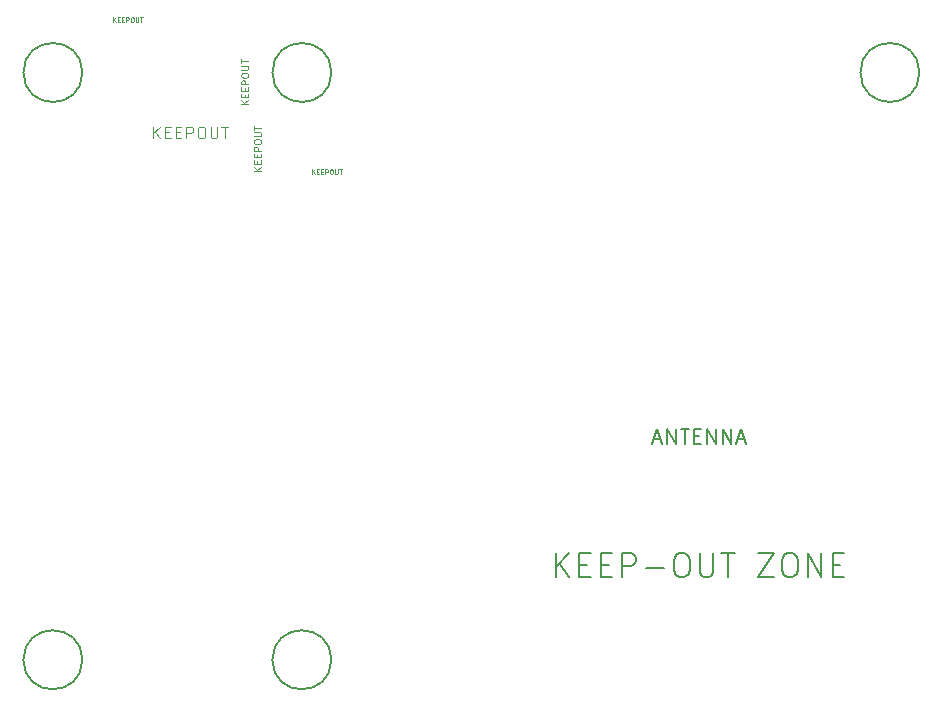
<source format=gbr>
%TF.GenerationSoftware,KiCad,Pcbnew,7.0.7-7.0.7~ubuntu23.04.1*%
%TF.CreationDate,2023-09-24T09:12:25+02:00*%
%TF.ProjectId,SweFlops,53776546-6c6f-4707-932e-6b696361645f,1.03*%
%TF.SameCoordinates,PX6312cb0PY6bcb370*%
%TF.FileFunction,Other,Comment*%
%FSLAX46Y46*%
G04 Gerber Fmt 4.6, Leading zero omitted, Abs format (unit mm)*
G04 Created by KiCad (PCBNEW 7.0.7-7.0.7~ubuntu23.04.1) date 2023-09-24 09:12:25*
%MOMM*%
%LPD*%
G01*
G04 APERTURE LIST*
%ADD10C,0.100000*%
%ADD11C,0.090000*%
%ADD12C,0.060000*%
%ADD13C,0.150000*%
%ADD14C,0.070000*%
G04 APERTURE END LIST*
D10*
X23098762Y46802581D02*
X23098762Y47802581D01*
X23670190Y46802581D02*
X23241619Y47374010D01*
X23670190Y47802581D02*
X23098762Y47231153D01*
X24098762Y47326391D02*
X24432095Y47326391D01*
X24574952Y46802581D02*
X24098762Y46802581D01*
X24098762Y46802581D02*
X24098762Y47802581D01*
X24098762Y47802581D02*
X24574952Y47802581D01*
X25003524Y47326391D02*
X25336857Y47326391D01*
X25479714Y46802581D02*
X25003524Y46802581D01*
X25003524Y46802581D02*
X25003524Y47802581D01*
X25003524Y47802581D02*
X25479714Y47802581D01*
X25908286Y46802581D02*
X25908286Y47802581D01*
X25908286Y47802581D02*
X26289238Y47802581D01*
X26289238Y47802581D02*
X26384476Y47754962D01*
X26384476Y47754962D02*
X26432095Y47707343D01*
X26432095Y47707343D02*
X26479714Y47612105D01*
X26479714Y47612105D02*
X26479714Y47469248D01*
X26479714Y47469248D02*
X26432095Y47374010D01*
X26432095Y47374010D02*
X26384476Y47326391D01*
X26384476Y47326391D02*
X26289238Y47278772D01*
X26289238Y47278772D02*
X25908286Y47278772D01*
X27098762Y47802581D02*
X27289238Y47802581D01*
X27289238Y47802581D02*
X27384476Y47754962D01*
X27384476Y47754962D02*
X27479714Y47659724D01*
X27479714Y47659724D02*
X27527333Y47469248D01*
X27527333Y47469248D02*
X27527333Y47135915D01*
X27527333Y47135915D02*
X27479714Y46945439D01*
X27479714Y46945439D02*
X27384476Y46850200D01*
X27384476Y46850200D02*
X27289238Y46802581D01*
X27289238Y46802581D02*
X27098762Y46802581D01*
X27098762Y46802581D02*
X27003524Y46850200D01*
X27003524Y46850200D02*
X26908286Y46945439D01*
X26908286Y46945439D02*
X26860667Y47135915D01*
X26860667Y47135915D02*
X26860667Y47469248D01*
X26860667Y47469248D02*
X26908286Y47659724D01*
X26908286Y47659724D02*
X27003524Y47754962D01*
X27003524Y47754962D02*
X27098762Y47802581D01*
X27955905Y47802581D02*
X27955905Y46993058D01*
X27955905Y46993058D02*
X28003524Y46897820D01*
X28003524Y46897820D02*
X28051143Y46850200D01*
X28051143Y46850200D02*
X28146381Y46802581D01*
X28146381Y46802581D02*
X28336857Y46802581D01*
X28336857Y46802581D02*
X28432095Y46850200D01*
X28432095Y46850200D02*
X28479714Y46897820D01*
X28479714Y46897820D02*
X28527333Y46993058D01*
X28527333Y46993058D02*
X28527333Y47802581D01*
X28860667Y47802581D02*
X29432095Y47802581D01*
X29146381Y46802581D02*
X29146381Y47802581D01*
D11*
X32241891Y44077859D02*
X31641891Y44077859D01*
X32241891Y44420716D02*
X31899034Y44163573D01*
X31641891Y44420716D02*
X31984748Y44077859D01*
X31927605Y44677859D02*
X31927605Y44877859D01*
X32241891Y44963573D02*
X32241891Y44677859D01*
X32241891Y44677859D02*
X31641891Y44677859D01*
X31641891Y44677859D02*
X31641891Y44963573D01*
X31927605Y45220716D02*
X31927605Y45420716D01*
X32241891Y45506430D02*
X32241891Y45220716D01*
X32241891Y45220716D02*
X31641891Y45220716D01*
X31641891Y45220716D02*
X31641891Y45506430D01*
X32241891Y45763573D02*
X31641891Y45763573D01*
X31641891Y45763573D02*
X31641891Y45992144D01*
X31641891Y45992144D02*
X31670462Y46049287D01*
X31670462Y46049287D02*
X31699034Y46077858D01*
X31699034Y46077858D02*
X31756177Y46106430D01*
X31756177Y46106430D02*
X31841891Y46106430D01*
X31841891Y46106430D02*
X31899034Y46077858D01*
X31899034Y46077858D02*
X31927605Y46049287D01*
X31927605Y46049287D02*
X31956177Y45992144D01*
X31956177Y45992144D02*
X31956177Y45763573D01*
X31641891Y46477858D02*
X31641891Y46592144D01*
X31641891Y46592144D02*
X31670462Y46649287D01*
X31670462Y46649287D02*
X31727605Y46706430D01*
X31727605Y46706430D02*
X31841891Y46735001D01*
X31841891Y46735001D02*
X32041891Y46735001D01*
X32041891Y46735001D02*
X32156177Y46706430D01*
X32156177Y46706430D02*
X32213320Y46649287D01*
X32213320Y46649287D02*
X32241891Y46592144D01*
X32241891Y46592144D02*
X32241891Y46477858D01*
X32241891Y46477858D02*
X32213320Y46420715D01*
X32213320Y46420715D02*
X32156177Y46363573D01*
X32156177Y46363573D02*
X32041891Y46335001D01*
X32041891Y46335001D02*
X31841891Y46335001D01*
X31841891Y46335001D02*
X31727605Y46363573D01*
X31727605Y46363573D02*
X31670462Y46420715D01*
X31670462Y46420715D02*
X31641891Y46477858D01*
X31641891Y46992144D02*
X32127605Y46992144D01*
X32127605Y46992144D02*
X32184748Y47020715D01*
X32184748Y47020715D02*
X32213320Y47049286D01*
X32213320Y47049286D02*
X32241891Y47106429D01*
X32241891Y47106429D02*
X32241891Y47220715D01*
X32241891Y47220715D02*
X32213320Y47277858D01*
X32213320Y47277858D02*
X32184748Y47306429D01*
X32184748Y47306429D02*
X32127605Y47335001D01*
X32127605Y47335001D02*
X31641891Y47335001D01*
X31641891Y47535000D02*
X31641891Y47877857D01*
X32241891Y47706429D02*
X31641891Y47706429D01*
D12*
X19680904Y56653073D02*
X19680904Y57053073D01*
X19909475Y56653073D02*
X19738046Y56881644D01*
X19909475Y57053073D02*
X19680904Y56824501D01*
X20080904Y56862597D02*
X20214237Y56862597D01*
X20271380Y56653073D02*
X20080904Y56653073D01*
X20080904Y56653073D02*
X20080904Y57053073D01*
X20080904Y57053073D02*
X20271380Y57053073D01*
X20442809Y56862597D02*
X20576142Y56862597D01*
X20633285Y56653073D02*
X20442809Y56653073D01*
X20442809Y56653073D02*
X20442809Y57053073D01*
X20442809Y57053073D02*
X20633285Y57053073D01*
X20804714Y56653073D02*
X20804714Y57053073D01*
X20804714Y57053073D02*
X20957095Y57053073D01*
X20957095Y57053073D02*
X20995190Y57034025D01*
X20995190Y57034025D02*
X21014237Y57014978D01*
X21014237Y57014978D02*
X21033285Y56976882D01*
X21033285Y56976882D02*
X21033285Y56919740D01*
X21033285Y56919740D02*
X21014237Y56881644D01*
X21014237Y56881644D02*
X20995190Y56862597D01*
X20995190Y56862597D02*
X20957095Y56843549D01*
X20957095Y56843549D02*
X20804714Y56843549D01*
X21280904Y57053073D02*
X21357095Y57053073D01*
X21357095Y57053073D02*
X21395190Y57034025D01*
X21395190Y57034025D02*
X21433285Y56995930D01*
X21433285Y56995930D02*
X21452333Y56919740D01*
X21452333Y56919740D02*
X21452333Y56786406D01*
X21452333Y56786406D02*
X21433285Y56710216D01*
X21433285Y56710216D02*
X21395190Y56672120D01*
X21395190Y56672120D02*
X21357095Y56653073D01*
X21357095Y56653073D02*
X21280904Y56653073D01*
X21280904Y56653073D02*
X21242809Y56672120D01*
X21242809Y56672120D02*
X21204714Y56710216D01*
X21204714Y56710216D02*
X21185666Y56786406D01*
X21185666Y56786406D02*
X21185666Y56919740D01*
X21185666Y56919740D02*
X21204714Y56995930D01*
X21204714Y56995930D02*
X21242809Y57034025D01*
X21242809Y57034025D02*
X21280904Y57053073D01*
X21623762Y57053073D02*
X21623762Y56729263D01*
X21623762Y56729263D02*
X21642809Y56691168D01*
X21642809Y56691168D02*
X21661857Y56672120D01*
X21661857Y56672120D02*
X21699952Y56653073D01*
X21699952Y56653073D02*
X21776143Y56653073D01*
X21776143Y56653073D02*
X21814238Y56672120D01*
X21814238Y56672120D02*
X21833285Y56691168D01*
X21833285Y56691168D02*
X21852333Y56729263D01*
X21852333Y56729263D02*
X21852333Y57053073D01*
X21985667Y57053073D02*
X22214238Y57053073D01*
X22099952Y56653073D02*
X22099952Y57053073D01*
D11*
X31166891Y49702859D02*
X30566891Y49702859D01*
X31166891Y50045716D02*
X30824034Y49788573D01*
X30566891Y50045716D02*
X30909748Y49702859D01*
X30852605Y50302859D02*
X30852605Y50502859D01*
X31166891Y50588573D02*
X31166891Y50302859D01*
X31166891Y50302859D02*
X30566891Y50302859D01*
X30566891Y50302859D02*
X30566891Y50588573D01*
X30852605Y50845716D02*
X30852605Y51045716D01*
X31166891Y51131430D02*
X31166891Y50845716D01*
X31166891Y50845716D02*
X30566891Y50845716D01*
X30566891Y50845716D02*
X30566891Y51131430D01*
X31166891Y51388573D02*
X30566891Y51388573D01*
X30566891Y51388573D02*
X30566891Y51617144D01*
X30566891Y51617144D02*
X30595462Y51674287D01*
X30595462Y51674287D02*
X30624034Y51702858D01*
X30624034Y51702858D02*
X30681177Y51731430D01*
X30681177Y51731430D02*
X30766891Y51731430D01*
X30766891Y51731430D02*
X30824034Y51702858D01*
X30824034Y51702858D02*
X30852605Y51674287D01*
X30852605Y51674287D02*
X30881177Y51617144D01*
X30881177Y51617144D02*
X30881177Y51388573D01*
X30566891Y52102858D02*
X30566891Y52217144D01*
X30566891Y52217144D02*
X30595462Y52274287D01*
X30595462Y52274287D02*
X30652605Y52331430D01*
X30652605Y52331430D02*
X30766891Y52360001D01*
X30766891Y52360001D02*
X30966891Y52360001D01*
X30966891Y52360001D02*
X31081177Y52331430D01*
X31081177Y52331430D02*
X31138320Y52274287D01*
X31138320Y52274287D02*
X31166891Y52217144D01*
X31166891Y52217144D02*
X31166891Y52102858D01*
X31166891Y52102858D02*
X31138320Y52045715D01*
X31138320Y52045715D02*
X31081177Y51988573D01*
X31081177Y51988573D02*
X30966891Y51960001D01*
X30966891Y51960001D02*
X30766891Y51960001D01*
X30766891Y51960001D02*
X30652605Y51988573D01*
X30652605Y51988573D02*
X30595462Y52045715D01*
X30595462Y52045715D02*
X30566891Y52102858D01*
X30566891Y52617144D02*
X31052605Y52617144D01*
X31052605Y52617144D02*
X31109748Y52645715D01*
X31109748Y52645715D02*
X31138320Y52674286D01*
X31138320Y52674286D02*
X31166891Y52731429D01*
X31166891Y52731429D02*
X31166891Y52845715D01*
X31166891Y52845715D02*
X31138320Y52902858D01*
X31138320Y52902858D02*
X31109748Y52931429D01*
X31109748Y52931429D02*
X31052605Y52960001D01*
X31052605Y52960001D02*
X30566891Y52960001D01*
X30566891Y53160000D02*
X30566891Y53502857D01*
X31166891Y53331429D02*
X30566891Y53331429D01*
D13*
X65491714Y21325670D02*
X66086952Y21325670D01*
X65372666Y20968527D02*
X65789333Y22218527D01*
X65789333Y22218527D02*
X66205999Y20968527D01*
X66622667Y20968527D02*
X66622667Y22218527D01*
X66622667Y22218527D02*
X67336952Y20968527D01*
X67336952Y20968527D02*
X67336952Y22218527D01*
X67753619Y22218527D02*
X68467905Y22218527D01*
X68110762Y20968527D02*
X68110762Y22218527D01*
X68884572Y21623289D02*
X69301238Y21623289D01*
X69479810Y20968527D02*
X68884572Y20968527D01*
X68884572Y20968527D02*
X68884572Y22218527D01*
X68884572Y22218527D02*
X69479810Y22218527D01*
X70015524Y20968527D02*
X70015524Y22218527D01*
X70015524Y22218527D02*
X70729809Y20968527D01*
X70729809Y20968527D02*
X70729809Y22218527D01*
X71325048Y20968527D02*
X71325048Y22218527D01*
X71325048Y22218527D02*
X72039333Y20968527D01*
X72039333Y20968527D02*
X72039333Y22218527D01*
X72575048Y21325670D02*
X73170286Y21325670D01*
X72456000Y20968527D02*
X72872667Y22218527D01*
X72872667Y22218527D02*
X73289333Y20968527D01*
X57188142Y9681562D02*
X57188142Y11681562D01*
X58330999Y9681562D02*
X57473856Y10824420D01*
X58330999Y11681562D02*
X57188142Y10538705D01*
X59188142Y10729181D02*
X59854809Y10729181D01*
X60140523Y9681562D02*
X59188142Y9681562D01*
X59188142Y9681562D02*
X59188142Y11681562D01*
X59188142Y11681562D02*
X60140523Y11681562D01*
X60997666Y10729181D02*
X61664333Y10729181D01*
X61950047Y9681562D02*
X60997666Y9681562D01*
X60997666Y9681562D02*
X60997666Y11681562D01*
X60997666Y11681562D02*
X61950047Y11681562D01*
X62807190Y9681562D02*
X62807190Y11681562D01*
X62807190Y11681562D02*
X63569095Y11681562D01*
X63569095Y11681562D02*
X63759571Y11586324D01*
X63759571Y11586324D02*
X63854809Y11491086D01*
X63854809Y11491086D02*
X63950047Y11300610D01*
X63950047Y11300610D02*
X63950047Y11014896D01*
X63950047Y11014896D02*
X63854809Y10824420D01*
X63854809Y10824420D02*
X63759571Y10729181D01*
X63759571Y10729181D02*
X63569095Y10633943D01*
X63569095Y10633943D02*
X62807190Y10633943D01*
X64807190Y10443467D02*
X66331000Y10443467D01*
X67664332Y11681562D02*
X68045285Y11681562D01*
X68045285Y11681562D02*
X68235761Y11586324D01*
X68235761Y11586324D02*
X68426237Y11395848D01*
X68426237Y11395848D02*
X68521475Y11014896D01*
X68521475Y11014896D02*
X68521475Y10348229D01*
X68521475Y10348229D02*
X68426237Y9967277D01*
X68426237Y9967277D02*
X68235761Y9776800D01*
X68235761Y9776800D02*
X68045285Y9681562D01*
X68045285Y9681562D02*
X67664332Y9681562D01*
X67664332Y9681562D02*
X67473856Y9776800D01*
X67473856Y9776800D02*
X67283380Y9967277D01*
X67283380Y9967277D02*
X67188142Y10348229D01*
X67188142Y10348229D02*
X67188142Y11014896D01*
X67188142Y11014896D02*
X67283380Y11395848D01*
X67283380Y11395848D02*
X67473856Y11586324D01*
X67473856Y11586324D02*
X67664332Y11681562D01*
X69378618Y11681562D02*
X69378618Y10062515D01*
X69378618Y10062515D02*
X69473856Y9872039D01*
X69473856Y9872039D02*
X69569094Y9776800D01*
X69569094Y9776800D02*
X69759570Y9681562D01*
X69759570Y9681562D02*
X70140523Y9681562D01*
X70140523Y9681562D02*
X70330999Y9776800D01*
X70330999Y9776800D02*
X70426237Y9872039D01*
X70426237Y9872039D02*
X70521475Y10062515D01*
X70521475Y10062515D02*
X70521475Y11681562D01*
X71188142Y11681562D02*
X72330999Y11681562D01*
X71759570Y9681562D02*
X71759570Y11681562D01*
X74331000Y11681562D02*
X75664333Y11681562D01*
X75664333Y11681562D02*
X74331000Y9681562D01*
X74331000Y9681562D02*
X75664333Y9681562D01*
X76807190Y11681562D02*
X77188143Y11681562D01*
X77188143Y11681562D02*
X77378619Y11586324D01*
X77378619Y11586324D02*
X77569095Y11395848D01*
X77569095Y11395848D02*
X77664333Y11014896D01*
X77664333Y11014896D02*
X77664333Y10348229D01*
X77664333Y10348229D02*
X77569095Y9967277D01*
X77569095Y9967277D02*
X77378619Y9776800D01*
X77378619Y9776800D02*
X77188143Y9681562D01*
X77188143Y9681562D02*
X76807190Y9681562D01*
X76807190Y9681562D02*
X76616714Y9776800D01*
X76616714Y9776800D02*
X76426238Y9967277D01*
X76426238Y9967277D02*
X76331000Y10348229D01*
X76331000Y10348229D02*
X76331000Y11014896D01*
X76331000Y11014896D02*
X76426238Y11395848D01*
X76426238Y11395848D02*
X76616714Y11586324D01*
X76616714Y11586324D02*
X76807190Y11681562D01*
X78521476Y9681562D02*
X78521476Y11681562D01*
X78521476Y11681562D02*
X79664333Y9681562D01*
X79664333Y9681562D02*
X79664333Y11681562D01*
X80616714Y10729181D02*
X81283381Y10729181D01*
X81569095Y9681562D02*
X80616714Y9681562D01*
X80616714Y9681562D02*
X80616714Y11681562D01*
X80616714Y11681562D02*
X81569095Y11681562D01*
D14*
X36550904Y43788593D02*
X36550904Y44188593D01*
X36779475Y43788593D02*
X36608046Y44017164D01*
X36779475Y44188593D02*
X36550904Y43960021D01*
X36950904Y43998117D02*
X37084237Y43998117D01*
X37141380Y43788593D02*
X36950904Y43788593D01*
X36950904Y43788593D02*
X36950904Y44188593D01*
X36950904Y44188593D02*
X37141380Y44188593D01*
X37312809Y43998117D02*
X37446142Y43998117D01*
X37503285Y43788593D02*
X37312809Y43788593D01*
X37312809Y43788593D02*
X37312809Y44188593D01*
X37312809Y44188593D02*
X37503285Y44188593D01*
X37674714Y43788593D02*
X37674714Y44188593D01*
X37674714Y44188593D02*
X37827095Y44188593D01*
X37827095Y44188593D02*
X37865190Y44169545D01*
X37865190Y44169545D02*
X37884237Y44150498D01*
X37884237Y44150498D02*
X37903285Y44112402D01*
X37903285Y44112402D02*
X37903285Y44055260D01*
X37903285Y44055260D02*
X37884237Y44017164D01*
X37884237Y44017164D02*
X37865190Y43998117D01*
X37865190Y43998117D02*
X37827095Y43979069D01*
X37827095Y43979069D02*
X37674714Y43979069D01*
X38150904Y44188593D02*
X38227095Y44188593D01*
X38227095Y44188593D02*
X38265190Y44169545D01*
X38265190Y44169545D02*
X38303285Y44131450D01*
X38303285Y44131450D02*
X38322333Y44055260D01*
X38322333Y44055260D02*
X38322333Y43921926D01*
X38322333Y43921926D02*
X38303285Y43845736D01*
X38303285Y43845736D02*
X38265190Y43807640D01*
X38265190Y43807640D02*
X38227095Y43788593D01*
X38227095Y43788593D02*
X38150904Y43788593D01*
X38150904Y43788593D02*
X38112809Y43807640D01*
X38112809Y43807640D02*
X38074714Y43845736D01*
X38074714Y43845736D02*
X38055666Y43921926D01*
X38055666Y43921926D02*
X38055666Y44055260D01*
X38055666Y44055260D02*
X38074714Y44131450D01*
X38074714Y44131450D02*
X38112809Y44169545D01*
X38112809Y44169545D02*
X38150904Y44188593D01*
X38493762Y44188593D02*
X38493762Y43864783D01*
X38493762Y43864783D02*
X38512809Y43826688D01*
X38512809Y43826688D02*
X38531857Y43807640D01*
X38531857Y43807640D02*
X38569952Y43788593D01*
X38569952Y43788593D02*
X38646143Y43788593D01*
X38646143Y43788593D02*
X38684238Y43807640D01*
X38684238Y43807640D02*
X38703285Y43826688D01*
X38703285Y43826688D02*
X38722333Y43864783D01*
X38722333Y43864783D02*
X38722333Y44188593D01*
X38855667Y44188593D02*
X39084238Y44188593D01*
X38969952Y43788593D02*
X38969952Y44188593D01*
D13*
%TO.C,H1*%
X17105000Y52387500D02*
G75*
G03*
X17105000Y52387500I-2500000J0D01*
G01*
%TO.C,H2*%
X38187000Y52387500D02*
G75*
G03*
X38187000Y52387500I-2500000J0D01*
G01*
%TO.C,H3*%
X17105000Y2667000D02*
G75*
G03*
X17105000Y2667000I-2500000J0D01*
G01*
%TO.C,H4*%
X38187000Y2667000D02*
G75*
G03*
X38187000Y2667000I-2500000J0D01*
G01*
%TO.C,H5*%
X87971000Y52387500D02*
G75*
G03*
X87971000Y52387500I-2500000J0D01*
G01*
%TD*%
M02*

</source>
